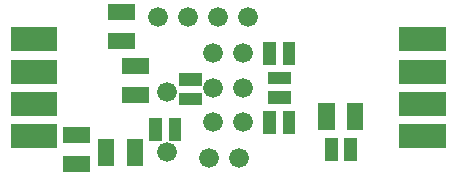
<source format=gbr>
G04 Title: (unknown), solder mask solder side *
G04 Creator: pcb-bin 1.99p *
G04 CreationDate: Tue Aug 24 15:19:08 2004 UTC *
G04 For: marek *
G04 Format: Gerber/RS-274X *
G04 PCB-Dimensions: 145000 59000 *
G04 PCB-Coordinate-Origin: lower left *
%MOIN*%
%FSLAX24Y24*%
%IPPOS*%
%ADD11C,0.0150*%
%ADD12C,0.0600*%
%ADD13C,0.0800*%
%ADD14R,0.0600X0.0600*%
%ADD15R,0.0800X0.0800*%
%ADD16C,0.0080*%
%ADD17C,0.0660*%
%ADD18C,0.0100*%
%ADD19C,0.0200*%
%ADD20C,0.0500*%
%ADD21C,0.0260*%
%ADD22R,0.0200X0.0200*%
%ADD23R,0.0500X0.0500*%
%ADD24R,0.0260X0.0260*%
%ADD25R,0.0360X0.0360*%
%ADD26R,0.0560X0.0560*%
%ADD27R,0.0420X0.0420*%
%ADD28R,0.0480X0.0480*%
%ADD29R,0.0680X0.0680*%
%ADD30R,0.0540X0.0540*%
%ADD31C,0.0400*%
%LNGROUP_1*%
%LPD*%
G01X0Y0D02*
G54D15*X13350Y4570D02*X14100D01*
X13350Y1330D02*X14100D01*
X13350Y2410D02*X14100D01*
X13350Y3490D02*X14100D01*
X400Y4570D02*X1150D01*
X400Y1330D02*X1150D01*
X400Y2410D02*X1150D01*
X400Y3490D02*X1150D01*
G54D27*X5830Y2580D02*X6170D01*
X5830Y3220D02*X6170D01*
G54D30*X11480Y2180D02*Y1820D01*
X10520Y2180D02*Y1820D01*
G54D27*X10680Y1070D02*Y730D01*
X11320Y1070D02*Y730D01*
X8780Y3270D02*X9120D01*
X8780Y2630D02*X9120D01*
X9270Y4270D02*Y3930D01*
X8630Y4270D02*Y3930D01*
G54D30*X4130Y980D02*Y620D01*
X3170Y980D02*Y620D01*
X3970Y3680D02*X4330D01*
X3970Y2720D02*X4330D01*
X2020Y420D02*X2380D01*
X2020Y1380D02*X2380D01*
G54D27*X4830Y1720D02*Y1380D01*
X5470Y1720D02*Y1380D01*
G54D30*X3520Y5480D02*X3880D01*
X3520Y4520D02*X3880D01*
G54D27*X9270Y1970D02*Y1630D01*
X8630Y1970D02*Y1630D01*
G54D17*X5200Y800D03*
Y2800D03*
X6750Y4100D03*
X7750D03*
X6750Y1800D03*
X7750D03*
Y2950D03*
X6750D03*
X7600Y600D03*
X6600D03*
X7900Y5300D03*
X6900D03*
X5900D03*
X4900D03*
M02*

</source>
